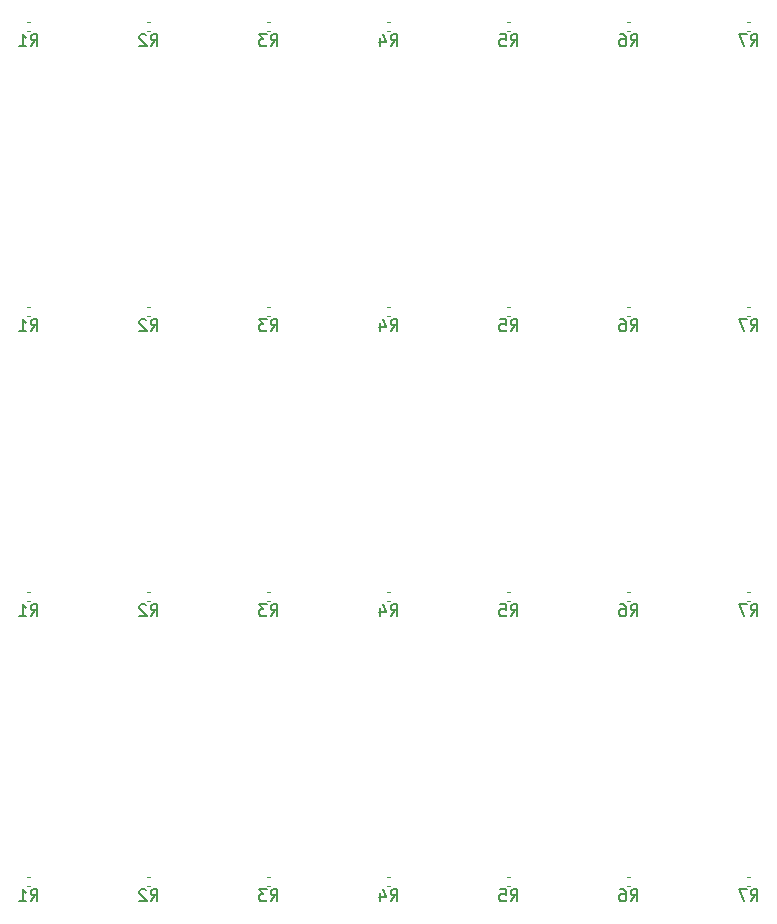
<source format=gbr>
%TF.GenerationSoftware,KiCad,Pcbnew,(5.1.7)-1*%
%TF.CreationDate,2021-03-20T09:03:10+03:00*%
%TF.ProjectId,mini_keyboard,6d696e69-5f6b-4657-9962-6f6172642e6b,v0.1*%
%TF.SameCoordinates,Original*%
%TF.FileFunction,Legend,Bot*%
%TF.FilePolarity,Positive*%
%FSLAX46Y46*%
G04 Gerber Fmt 4.6, Leading zero omitted, Abs format (unit mm)*
G04 Created by KiCad (PCBNEW (5.1.7)-1) date 2021-03-20 09:03:10*
%MOMM*%
%LPD*%
G01*
G04 APERTURE LIST*
%ADD10C,0.120000*%
%ADD11C,0.150000*%
G04 APERTURE END LIST*
D10*
%TO.C,R7*%
X125828359Y-104266000D02*
X126135641Y-104266000D01*
X125828359Y-103506000D02*
X126135641Y-103506000D01*
%TO.C,R6*%
X115668359Y-104266000D02*
X115975641Y-104266000D01*
X115668359Y-103506000D02*
X115975641Y-103506000D01*
%TO.C,R5*%
X105508359Y-104266000D02*
X105815641Y-104266000D01*
X105508359Y-103506000D02*
X105815641Y-103506000D01*
%TO.C,R4*%
X95348359Y-104266000D02*
X95655641Y-104266000D01*
X95348359Y-103506000D02*
X95655641Y-103506000D01*
%TO.C,R3*%
X85188359Y-104266000D02*
X85495641Y-104266000D01*
X85188359Y-103506000D02*
X85495641Y-103506000D01*
%TO.C,R2*%
X75028359Y-104266000D02*
X75335641Y-104266000D01*
X75028359Y-103506000D02*
X75335641Y-103506000D01*
%TO.C,R1*%
X64872359Y-104266000D02*
X65179641Y-104266000D01*
X64872359Y-103506000D02*
X65179641Y-103506000D01*
X64872359Y-79376000D02*
X65179641Y-79376000D01*
X64872359Y-80136000D02*
X65179641Y-80136000D01*
%TO.C,R2*%
X75028359Y-79376000D02*
X75335641Y-79376000D01*
X75028359Y-80136000D02*
X75335641Y-80136000D01*
%TO.C,R3*%
X85188359Y-79376000D02*
X85495641Y-79376000D01*
X85188359Y-80136000D02*
X85495641Y-80136000D01*
%TO.C,R4*%
X95348359Y-79376000D02*
X95655641Y-79376000D01*
X95348359Y-80136000D02*
X95655641Y-80136000D01*
%TO.C,R5*%
X105508359Y-79376000D02*
X105815641Y-79376000D01*
X105508359Y-80136000D02*
X105815641Y-80136000D01*
%TO.C,R6*%
X115668359Y-79376000D02*
X115975641Y-79376000D01*
X115668359Y-80136000D02*
X115975641Y-80136000D01*
%TO.C,R7*%
X125828359Y-79376000D02*
X126135641Y-79376000D01*
X125828359Y-80136000D02*
X126135641Y-80136000D01*
X125828359Y-56006000D02*
X126135641Y-56006000D01*
X125828359Y-55246000D02*
X126135641Y-55246000D01*
%TO.C,R6*%
X115668359Y-56006000D02*
X115975641Y-56006000D01*
X115668359Y-55246000D02*
X115975641Y-55246000D01*
%TO.C,R5*%
X105508359Y-56006000D02*
X105815641Y-56006000D01*
X105508359Y-55246000D02*
X105815641Y-55246000D01*
%TO.C,R4*%
X95348359Y-56006000D02*
X95655641Y-56006000D01*
X95348359Y-55246000D02*
X95655641Y-55246000D01*
%TO.C,R3*%
X85188359Y-56006000D02*
X85495641Y-56006000D01*
X85188359Y-55246000D02*
X85495641Y-55246000D01*
%TO.C,R2*%
X75028359Y-56006000D02*
X75335641Y-56006000D01*
X75028359Y-55246000D02*
X75335641Y-55246000D01*
%TO.C,R1*%
X64872359Y-56006000D02*
X65179641Y-56006000D01*
X64872359Y-55246000D02*
X65179641Y-55246000D01*
%TO.C,R7*%
X125828359Y-31116000D02*
X126135641Y-31116000D01*
X125828359Y-31876000D02*
X126135641Y-31876000D01*
%TO.C,R6*%
X115668359Y-31116000D02*
X115975641Y-31116000D01*
X115668359Y-31876000D02*
X115975641Y-31876000D01*
%TO.C,R5*%
X105508359Y-31116000D02*
X105815641Y-31116000D01*
X105508359Y-31876000D02*
X105815641Y-31876000D01*
%TO.C,R4*%
X95348359Y-31116000D02*
X95655641Y-31116000D01*
X95348359Y-31876000D02*
X95655641Y-31876000D01*
%TO.C,R3*%
X85188359Y-31116000D02*
X85495641Y-31116000D01*
X85188359Y-31876000D02*
X85495641Y-31876000D01*
%TO.C,R2*%
X75028359Y-31116000D02*
X75335641Y-31116000D01*
X75028359Y-31876000D02*
X75335641Y-31876000D01*
%TO.C,R1*%
X64872359Y-31116000D02*
X65179641Y-31116000D01*
X64872359Y-31876000D02*
X65179641Y-31876000D01*
%TO.C,R7*%
D11*
X126148666Y-105508380D02*
X126482000Y-105032190D01*
X126720095Y-105508380D02*
X126720095Y-104508380D01*
X126339142Y-104508380D01*
X126243904Y-104556000D01*
X126196285Y-104603619D01*
X126148666Y-104698857D01*
X126148666Y-104841714D01*
X126196285Y-104936952D01*
X126243904Y-104984571D01*
X126339142Y-105032190D01*
X126720095Y-105032190D01*
X125815333Y-104508380D02*
X125148666Y-104508380D01*
X125577238Y-105508380D01*
%TO.C,R6*%
X115988666Y-105508380D02*
X116322000Y-105032190D01*
X116560095Y-105508380D02*
X116560095Y-104508380D01*
X116179142Y-104508380D01*
X116083904Y-104556000D01*
X116036285Y-104603619D01*
X115988666Y-104698857D01*
X115988666Y-104841714D01*
X116036285Y-104936952D01*
X116083904Y-104984571D01*
X116179142Y-105032190D01*
X116560095Y-105032190D01*
X115131523Y-104508380D02*
X115322000Y-104508380D01*
X115417238Y-104556000D01*
X115464857Y-104603619D01*
X115560095Y-104746476D01*
X115607714Y-104936952D01*
X115607714Y-105317904D01*
X115560095Y-105413142D01*
X115512476Y-105460761D01*
X115417238Y-105508380D01*
X115226761Y-105508380D01*
X115131523Y-105460761D01*
X115083904Y-105413142D01*
X115036285Y-105317904D01*
X115036285Y-105079809D01*
X115083904Y-104984571D01*
X115131523Y-104936952D01*
X115226761Y-104889333D01*
X115417238Y-104889333D01*
X115512476Y-104936952D01*
X115560095Y-104984571D01*
X115607714Y-105079809D01*
%TO.C,R5*%
X105828666Y-105508380D02*
X106162000Y-105032190D01*
X106400095Y-105508380D02*
X106400095Y-104508380D01*
X106019142Y-104508380D01*
X105923904Y-104556000D01*
X105876285Y-104603619D01*
X105828666Y-104698857D01*
X105828666Y-104841714D01*
X105876285Y-104936952D01*
X105923904Y-104984571D01*
X106019142Y-105032190D01*
X106400095Y-105032190D01*
X104923904Y-104508380D02*
X105400095Y-104508380D01*
X105447714Y-104984571D01*
X105400095Y-104936952D01*
X105304857Y-104889333D01*
X105066761Y-104889333D01*
X104971523Y-104936952D01*
X104923904Y-104984571D01*
X104876285Y-105079809D01*
X104876285Y-105317904D01*
X104923904Y-105413142D01*
X104971523Y-105460761D01*
X105066761Y-105508380D01*
X105304857Y-105508380D01*
X105400095Y-105460761D01*
X105447714Y-105413142D01*
%TO.C,R4*%
X95668666Y-105508380D02*
X96002000Y-105032190D01*
X96240095Y-105508380D02*
X96240095Y-104508380D01*
X95859142Y-104508380D01*
X95763904Y-104556000D01*
X95716285Y-104603619D01*
X95668666Y-104698857D01*
X95668666Y-104841714D01*
X95716285Y-104936952D01*
X95763904Y-104984571D01*
X95859142Y-105032190D01*
X96240095Y-105032190D01*
X94811523Y-104841714D02*
X94811523Y-105508380D01*
X95049619Y-104460761D02*
X95287714Y-105175047D01*
X94668666Y-105175047D01*
%TO.C,R3*%
X85508666Y-105508380D02*
X85842000Y-105032190D01*
X86080095Y-105508380D02*
X86080095Y-104508380D01*
X85699142Y-104508380D01*
X85603904Y-104556000D01*
X85556285Y-104603619D01*
X85508666Y-104698857D01*
X85508666Y-104841714D01*
X85556285Y-104936952D01*
X85603904Y-104984571D01*
X85699142Y-105032190D01*
X86080095Y-105032190D01*
X85175333Y-104508380D02*
X84556285Y-104508380D01*
X84889619Y-104889333D01*
X84746761Y-104889333D01*
X84651523Y-104936952D01*
X84603904Y-104984571D01*
X84556285Y-105079809D01*
X84556285Y-105317904D01*
X84603904Y-105413142D01*
X84651523Y-105460761D01*
X84746761Y-105508380D01*
X85032476Y-105508380D01*
X85127714Y-105460761D01*
X85175333Y-105413142D01*
%TO.C,R2*%
X75348666Y-105508380D02*
X75682000Y-105032190D01*
X75920095Y-105508380D02*
X75920095Y-104508380D01*
X75539142Y-104508380D01*
X75443904Y-104556000D01*
X75396285Y-104603619D01*
X75348666Y-104698857D01*
X75348666Y-104841714D01*
X75396285Y-104936952D01*
X75443904Y-104984571D01*
X75539142Y-105032190D01*
X75920095Y-105032190D01*
X74967714Y-104603619D02*
X74920095Y-104556000D01*
X74824857Y-104508380D01*
X74586761Y-104508380D01*
X74491523Y-104556000D01*
X74443904Y-104603619D01*
X74396285Y-104698857D01*
X74396285Y-104794095D01*
X74443904Y-104936952D01*
X75015333Y-105508380D01*
X74396285Y-105508380D01*
%TO.C,R1*%
X65192666Y-105508380D02*
X65526000Y-105032190D01*
X65764095Y-105508380D02*
X65764095Y-104508380D01*
X65383142Y-104508380D01*
X65287904Y-104556000D01*
X65240285Y-104603619D01*
X65192666Y-104698857D01*
X65192666Y-104841714D01*
X65240285Y-104936952D01*
X65287904Y-104984571D01*
X65383142Y-105032190D01*
X65764095Y-105032190D01*
X64240285Y-105508380D02*
X64811714Y-105508380D01*
X64526000Y-105508380D02*
X64526000Y-104508380D01*
X64621238Y-104651238D01*
X64716476Y-104746476D01*
X64811714Y-104794095D01*
X65192666Y-81378380D02*
X65526000Y-80902190D01*
X65764095Y-81378380D02*
X65764095Y-80378380D01*
X65383142Y-80378380D01*
X65287904Y-80426000D01*
X65240285Y-80473619D01*
X65192666Y-80568857D01*
X65192666Y-80711714D01*
X65240285Y-80806952D01*
X65287904Y-80854571D01*
X65383142Y-80902190D01*
X65764095Y-80902190D01*
X64240285Y-81378380D02*
X64811714Y-81378380D01*
X64526000Y-81378380D02*
X64526000Y-80378380D01*
X64621238Y-80521238D01*
X64716476Y-80616476D01*
X64811714Y-80664095D01*
%TO.C,R2*%
X75348666Y-81378380D02*
X75682000Y-80902190D01*
X75920095Y-81378380D02*
X75920095Y-80378380D01*
X75539142Y-80378380D01*
X75443904Y-80426000D01*
X75396285Y-80473619D01*
X75348666Y-80568857D01*
X75348666Y-80711714D01*
X75396285Y-80806952D01*
X75443904Y-80854571D01*
X75539142Y-80902190D01*
X75920095Y-80902190D01*
X74967714Y-80473619D02*
X74920095Y-80426000D01*
X74824857Y-80378380D01*
X74586761Y-80378380D01*
X74491523Y-80426000D01*
X74443904Y-80473619D01*
X74396285Y-80568857D01*
X74396285Y-80664095D01*
X74443904Y-80806952D01*
X75015333Y-81378380D01*
X74396285Y-81378380D01*
%TO.C,R3*%
X85508666Y-81378380D02*
X85842000Y-80902190D01*
X86080095Y-81378380D02*
X86080095Y-80378380D01*
X85699142Y-80378380D01*
X85603904Y-80426000D01*
X85556285Y-80473619D01*
X85508666Y-80568857D01*
X85508666Y-80711714D01*
X85556285Y-80806952D01*
X85603904Y-80854571D01*
X85699142Y-80902190D01*
X86080095Y-80902190D01*
X85175333Y-80378380D02*
X84556285Y-80378380D01*
X84889619Y-80759333D01*
X84746761Y-80759333D01*
X84651523Y-80806952D01*
X84603904Y-80854571D01*
X84556285Y-80949809D01*
X84556285Y-81187904D01*
X84603904Y-81283142D01*
X84651523Y-81330761D01*
X84746761Y-81378380D01*
X85032476Y-81378380D01*
X85127714Y-81330761D01*
X85175333Y-81283142D01*
%TO.C,R4*%
X95668666Y-81378380D02*
X96002000Y-80902190D01*
X96240095Y-81378380D02*
X96240095Y-80378380D01*
X95859142Y-80378380D01*
X95763904Y-80426000D01*
X95716285Y-80473619D01*
X95668666Y-80568857D01*
X95668666Y-80711714D01*
X95716285Y-80806952D01*
X95763904Y-80854571D01*
X95859142Y-80902190D01*
X96240095Y-80902190D01*
X94811523Y-80711714D02*
X94811523Y-81378380D01*
X95049619Y-80330761D02*
X95287714Y-81045047D01*
X94668666Y-81045047D01*
%TO.C,R5*%
X105828666Y-81378380D02*
X106162000Y-80902190D01*
X106400095Y-81378380D02*
X106400095Y-80378380D01*
X106019142Y-80378380D01*
X105923904Y-80426000D01*
X105876285Y-80473619D01*
X105828666Y-80568857D01*
X105828666Y-80711714D01*
X105876285Y-80806952D01*
X105923904Y-80854571D01*
X106019142Y-80902190D01*
X106400095Y-80902190D01*
X104923904Y-80378380D02*
X105400095Y-80378380D01*
X105447714Y-80854571D01*
X105400095Y-80806952D01*
X105304857Y-80759333D01*
X105066761Y-80759333D01*
X104971523Y-80806952D01*
X104923904Y-80854571D01*
X104876285Y-80949809D01*
X104876285Y-81187904D01*
X104923904Y-81283142D01*
X104971523Y-81330761D01*
X105066761Y-81378380D01*
X105304857Y-81378380D01*
X105400095Y-81330761D01*
X105447714Y-81283142D01*
%TO.C,R6*%
X115988666Y-81378380D02*
X116322000Y-80902190D01*
X116560095Y-81378380D02*
X116560095Y-80378380D01*
X116179142Y-80378380D01*
X116083904Y-80426000D01*
X116036285Y-80473619D01*
X115988666Y-80568857D01*
X115988666Y-80711714D01*
X116036285Y-80806952D01*
X116083904Y-80854571D01*
X116179142Y-80902190D01*
X116560095Y-80902190D01*
X115131523Y-80378380D02*
X115322000Y-80378380D01*
X115417238Y-80426000D01*
X115464857Y-80473619D01*
X115560095Y-80616476D01*
X115607714Y-80806952D01*
X115607714Y-81187904D01*
X115560095Y-81283142D01*
X115512476Y-81330761D01*
X115417238Y-81378380D01*
X115226761Y-81378380D01*
X115131523Y-81330761D01*
X115083904Y-81283142D01*
X115036285Y-81187904D01*
X115036285Y-80949809D01*
X115083904Y-80854571D01*
X115131523Y-80806952D01*
X115226761Y-80759333D01*
X115417238Y-80759333D01*
X115512476Y-80806952D01*
X115560095Y-80854571D01*
X115607714Y-80949809D01*
%TO.C,R7*%
X126148666Y-81378380D02*
X126482000Y-80902190D01*
X126720095Y-81378380D02*
X126720095Y-80378380D01*
X126339142Y-80378380D01*
X126243904Y-80426000D01*
X126196285Y-80473619D01*
X126148666Y-80568857D01*
X126148666Y-80711714D01*
X126196285Y-80806952D01*
X126243904Y-80854571D01*
X126339142Y-80902190D01*
X126720095Y-80902190D01*
X125815333Y-80378380D02*
X125148666Y-80378380D01*
X125577238Y-81378380D01*
X126148666Y-57248380D02*
X126482000Y-56772190D01*
X126720095Y-57248380D02*
X126720095Y-56248380D01*
X126339142Y-56248380D01*
X126243904Y-56296000D01*
X126196285Y-56343619D01*
X126148666Y-56438857D01*
X126148666Y-56581714D01*
X126196285Y-56676952D01*
X126243904Y-56724571D01*
X126339142Y-56772190D01*
X126720095Y-56772190D01*
X125815333Y-56248380D02*
X125148666Y-56248380D01*
X125577238Y-57248380D01*
%TO.C,R6*%
X115988666Y-57248380D02*
X116322000Y-56772190D01*
X116560095Y-57248380D02*
X116560095Y-56248380D01*
X116179142Y-56248380D01*
X116083904Y-56296000D01*
X116036285Y-56343619D01*
X115988666Y-56438857D01*
X115988666Y-56581714D01*
X116036285Y-56676952D01*
X116083904Y-56724571D01*
X116179142Y-56772190D01*
X116560095Y-56772190D01*
X115131523Y-56248380D02*
X115322000Y-56248380D01*
X115417238Y-56296000D01*
X115464857Y-56343619D01*
X115560095Y-56486476D01*
X115607714Y-56676952D01*
X115607714Y-57057904D01*
X115560095Y-57153142D01*
X115512476Y-57200761D01*
X115417238Y-57248380D01*
X115226761Y-57248380D01*
X115131523Y-57200761D01*
X115083904Y-57153142D01*
X115036285Y-57057904D01*
X115036285Y-56819809D01*
X115083904Y-56724571D01*
X115131523Y-56676952D01*
X115226761Y-56629333D01*
X115417238Y-56629333D01*
X115512476Y-56676952D01*
X115560095Y-56724571D01*
X115607714Y-56819809D01*
%TO.C,R5*%
X105828666Y-57248380D02*
X106162000Y-56772190D01*
X106400095Y-57248380D02*
X106400095Y-56248380D01*
X106019142Y-56248380D01*
X105923904Y-56296000D01*
X105876285Y-56343619D01*
X105828666Y-56438857D01*
X105828666Y-56581714D01*
X105876285Y-56676952D01*
X105923904Y-56724571D01*
X106019142Y-56772190D01*
X106400095Y-56772190D01*
X104923904Y-56248380D02*
X105400095Y-56248380D01*
X105447714Y-56724571D01*
X105400095Y-56676952D01*
X105304857Y-56629333D01*
X105066761Y-56629333D01*
X104971523Y-56676952D01*
X104923904Y-56724571D01*
X104876285Y-56819809D01*
X104876285Y-57057904D01*
X104923904Y-57153142D01*
X104971523Y-57200761D01*
X105066761Y-57248380D01*
X105304857Y-57248380D01*
X105400095Y-57200761D01*
X105447714Y-57153142D01*
%TO.C,R4*%
X95668666Y-57248380D02*
X96002000Y-56772190D01*
X96240095Y-57248380D02*
X96240095Y-56248380D01*
X95859142Y-56248380D01*
X95763904Y-56296000D01*
X95716285Y-56343619D01*
X95668666Y-56438857D01*
X95668666Y-56581714D01*
X95716285Y-56676952D01*
X95763904Y-56724571D01*
X95859142Y-56772190D01*
X96240095Y-56772190D01*
X94811523Y-56581714D02*
X94811523Y-57248380D01*
X95049619Y-56200761D02*
X95287714Y-56915047D01*
X94668666Y-56915047D01*
%TO.C,R3*%
X85508666Y-57248380D02*
X85842000Y-56772190D01*
X86080095Y-57248380D02*
X86080095Y-56248380D01*
X85699142Y-56248380D01*
X85603904Y-56296000D01*
X85556285Y-56343619D01*
X85508666Y-56438857D01*
X85508666Y-56581714D01*
X85556285Y-56676952D01*
X85603904Y-56724571D01*
X85699142Y-56772190D01*
X86080095Y-56772190D01*
X85175333Y-56248380D02*
X84556285Y-56248380D01*
X84889619Y-56629333D01*
X84746761Y-56629333D01*
X84651523Y-56676952D01*
X84603904Y-56724571D01*
X84556285Y-56819809D01*
X84556285Y-57057904D01*
X84603904Y-57153142D01*
X84651523Y-57200761D01*
X84746761Y-57248380D01*
X85032476Y-57248380D01*
X85127714Y-57200761D01*
X85175333Y-57153142D01*
%TO.C,R2*%
X75348666Y-57248380D02*
X75682000Y-56772190D01*
X75920095Y-57248380D02*
X75920095Y-56248380D01*
X75539142Y-56248380D01*
X75443904Y-56296000D01*
X75396285Y-56343619D01*
X75348666Y-56438857D01*
X75348666Y-56581714D01*
X75396285Y-56676952D01*
X75443904Y-56724571D01*
X75539142Y-56772190D01*
X75920095Y-56772190D01*
X74967714Y-56343619D02*
X74920095Y-56296000D01*
X74824857Y-56248380D01*
X74586761Y-56248380D01*
X74491523Y-56296000D01*
X74443904Y-56343619D01*
X74396285Y-56438857D01*
X74396285Y-56534095D01*
X74443904Y-56676952D01*
X75015333Y-57248380D01*
X74396285Y-57248380D01*
%TO.C,R1*%
X65192666Y-57248380D02*
X65526000Y-56772190D01*
X65764095Y-57248380D02*
X65764095Y-56248380D01*
X65383142Y-56248380D01*
X65287904Y-56296000D01*
X65240285Y-56343619D01*
X65192666Y-56438857D01*
X65192666Y-56581714D01*
X65240285Y-56676952D01*
X65287904Y-56724571D01*
X65383142Y-56772190D01*
X65764095Y-56772190D01*
X64240285Y-57248380D02*
X64811714Y-57248380D01*
X64526000Y-57248380D02*
X64526000Y-56248380D01*
X64621238Y-56391238D01*
X64716476Y-56486476D01*
X64811714Y-56534095D01*
%TO.C,R7*%
X126148666Y-33118380D02*
X126482000Y-32642190D01*
X126720095Y-33118380D02*
X126720095Y-32118380D01*
X126339142Y-32118380D01*
X126243904Y-32166000D01*
X126196285Y-32213619D01*
X126148666Y-32308857D01*
X126148666Y-32451714D01*
X126196285Y-32546952D01*
X126243904Y-32594571D01*
X126339142Y-32642190D01*
X126720095Y-32642190D01*
X125815333Y-32118380D02*
X125148666Y-32118380D01*
X125577238Y-33118380D01*
%TO.C,R6*%
X115988666Y-33118380D02*
X116322000Y-32642190D01*
X116560095Y-33118380D02*
X116560095Y-32118380D01*
X116179142Y-32118380D01*
X116083904Y-32166000D01*
X116036285Y-32213619D01*
X115988666Y-32308857D01*
X115988666Y-32451714D01*
X116036285Y-32546952D01*
X116083904Y-32594571D01*
X116179142Y-32642190D01*
X116560095Y-32642190D01*
X115131523Y-32118380D02*
X115322000Y-32118380D01*
X115417238Y-32166000D01*
X115464857Y-32213619D01*
X115560095Y-32356476D01*
X115607714Y-32546952D01*
X115607714Y-32927904D01*
X115560095Y-33023142D01*
X115512476Y-33070761D01*
X115417238Y-33118380D01*
X115226761Y-33118380D01*
X115131523Y-33070761D01*
X115083904Y-33023142D01*
X115036285Y-32927904D01*
X115036285Y-32689809D01*
X115083904Y-32594571D01*
X115131523Y-32546952D01*
X115226761Y-32499333D01*
X115417238Y-32499333D01*
X115512476Y-32546952D01*
X115560095Y-32594571D01*
X115607714Y-32689809D01*
%TO.C,R5*%
X105828666Y-33118380D02*
X106162000Y-32642190D01*
X106400095Y-33118380D02*
X106400095Y-32118380D01*
X106019142Y-32118380D01*
X105923904Y-32166000D01*
X105876285Y-32213619D01*
X105828666Y-32308857D01*
X105828666Y-32451714D01*
X105876285Y-32546952D01*
X105923904Y-32594571D01*
X106019142Y-32642190D01*
X106400095Y-32642190D01*
X104923904Y-32118380D02*
X105400095Y-32118380D01*
X105447714Y-32594571D01*
X105400095Y-32546952D01*
X105304857Y-32499333D01*
X105066761Y-32499333D01*
X104971523Y-32546952D01*
X104923904Y-32594571D01*
X104876285Y-32689809D01*
X104876285Y-32927904D01*
X104923904Y-33023142D01*
X104971523Y-33070761D01*
X105066761Y-33118380D01*
X105304857Y-33118380D01*
X105400095Y-33070761D01*
X105447714Y-33023142D01*
%TO.C,R4*%
X95668666Y-33118380D02*
X96002000Y-32642190D01*
X96240095Y-33118380D02*
X96240095Y-32118380D01*
X95859142Y-32118380D01*
X95763904Y-32166000D01*
X95716285Y-32213619D01*
X95668666Y-32308857D01*
X95668666Y-32451714D01*
X95716285Y-32546952D01*
X95763904Y-32594571D01*
X95859142Y-32642190D01*
X96240095Y-32642190D01*
X94811523Y-32451714D02*
X94811523Y-33118380D01*
X95049619Y-32070761D02*
X95287714Y-32785047D01*
X94668666Y-32785047D01*
%TO.C,R3*%
X85508666Y-33118380D02*
X85842000Y-32642190D01*
X86080095Y-33118380D02*
X86080095Y-32118380D01*
X85699142Y-32118380D01*
X85603904Y-32166000D01*
X85556285Y-32213619D01*
X85508666Y-32308857D01*
X85508666Y-32451714D01*
X85556285Y-32546952D01*
X85603904Y-32594571D01*
X85699142Y-32642190D01*
X86080095Y-32642190D01*
X85175333Y-32118380D02*
X84556285Y-32118380D01*
X84889619Y-32499333D01*
X84746761Y-32499333D01*
X84651523Y-32546952D01*
X84603904Y-32594571D01*
X84556285Y-32689809D01*
X84556285Y-32927904D01*
X84603904Y-33023142D01*
X84651523Y-33070761D01*
X84746761Y-33118380D01*
X85032476Y-33118380D01*
X85127714Y-33070761D01*
X85175333Y-33023142D01*
%TO.C,R2*%
X75348666Y-33118380D02*
X75682000Y-32642190D01*
X75920095Y-33118380D02*
X75920095Y-32118380D01*
X75539142Y-32118380D01*
X75443904Y-32166000D01*
X75396285Y-32213619D01*
X75348666Y-32308857D01*
X75348666Y-32451714D01*
X75396285Y-32546952D01*
X75443904Y-32594571D01*
X75539142Y-32642190D01*
X75920095Y-32642190D01*
X74967714Y-32213619D02*
X74920095Y-32166000D01*
X74824857Y-32118380D01*
X74586761Y-32118380D01*
X74491523Y-32166000D01*
X74443904Y-32213619D01*
X74396285Y-32308857D01*
X74396285Y-32404095D01*
X74443904Y-32546952D01*
X75015333Y-33118380D01*
X74396285Y-33118380D01*
%TO.C,R1*%
X65192666Y-33118380D02*
X65526000Y-32642190D01*
X65764095Y-33118380D02*
X65764095Y-32118380D01*
X65383142Y-32118380D01*
X65287904Y-32166000D01*
X65240285Y-32213619D01*
X65192666Y-32308857D01*
X65192666Y-32451714D01*
X65240285Y-32546952D01*
X65287904Y-32594571D01*
X65383142Y-32642190D01*
X65764095Y-32642190D01*
X64240285Y-33118380D02*
X64811714Y-33118380D01*
X64526000Y-33118380D02*
X64526000Y-32118380D01*
X64621238Y-32261238D01*
X64716476Y-32356476D01*
X64811714Y-32404095D01*
%TD*%
M02*

</source>
